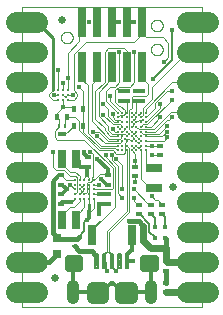
<source format=gtl>
G75*
%MOIN*%
%OFA0B0*%
%FSLAX25Y25*%
%IPPOS*%
%LPD*%
%AMOC8*
5,1,8,0,0,1.08239X$1,22.5*
%
%ADD10C,0.00000*%
%ADD11R,0.01969X0.01575*%
%ADD12R,0.05512X0.02756*%
%ADD13R,0.01575X0.01969*%
%ADD14C,0.07000*%
%ADD15C,0.07000*%
%ADD16C,0.00709*%
%ADD17R,0.01772X0.01772*%
%ADD18C,0.02500*%
%ADD19R,0.02500X0.10000*%
%ADD20R,0.03150X0.06299*%
%ADD21R,0.01850X0.00827*%
%ADD22R,0.02756X0.01575*%
%ADD23R,0.00984X0.01575*%
%ADD24R,0.02756X0.02756*%
%ADD25C,0.04000*%
%ADD26C,0.00787*%
%ADD27C,0.02756*%
%ADD28C,0.03740*%
%ADD29R,0.03150X0.06693*%
%ADD30C,0.00492*%
%ADD31C,0.01200*%
%ADD32C,0.01476*%
%ADD33C,0.00892*%
%ADD34C,0.01600*%
%ADD35C,0.02400*%
%ADD36C,0.00295*%
%ADD37C,0.00500*%
%ADD38C,0.01000*%
%ADD39C,0.00800*%
%ADD40C,0.00984*%
D10*
X0008150Y0096576D02*
X0008150Y0196576D01*
X0068150Y0196576D01*
X0068150Y0096576D01*
X0008150Y0096576D01*
X0051181Y0182576D02*
X0051183Y0182664D01*
X0051189Y0182752D01*
X0051199Y0182840D01*
X0051213Y0182928D01*
X0051230Y0183014D01*
X0051252Y0183100D01*
X0051277Y0183184D01*
X0051307Y0183268D01*
X0051339Y0183350D01*
X0051376Y0183430D01*
X0051416Y0183509D01*
X0051460Y0183586D01*
X0051507Y0183661D01*
X0051557Y0183733D01*
X0051611Y0183804D01*
X0051667Y0183871D01*
X0051727Y0183937D01*
X0051789Y0183999D01*
X0051855Y0184059D01*
X0051922Y0184115D01*
X0051993Y0184169D01*
X0052065Y0184219D01*
X0052140Y0184266D01*
X0052217Y0184310D01*
X0052296Y0184350D01*
X0052376Y0184387D01*
X0052458Y0184419D01*
X0052542Y0184449D01*
X0052626Y0184474D01*
X0052712Y0184496D01*
X0052798Y0184513D01*
X0052886Y0184527D01*
X0052974Y0184537D01*
X0053062Y0184543D01*
X0053150Y0184545D01*
X0053238Y0184543D01*
X0053326Y0184537D01*
X0053414Y0184527D01*
X0053502Y0184513D01*
X0053588Y0184496D01*
X0053674Y0184474D01*
X0053758Y0184449D01*
X0053842Y0184419D01*
X0053924Y0184387D01*
X0054004Y0184350D01*
X0054083Y0184310D01*
X0054160Y0184266D01*
X0054235Y0184219D01*
X0054307Y0184169D01*
X0054378Y0184115D01*
X0054445Y0184059D01*
X0054511Y0183999D01*
X0054573Y0183937D01*
X0054633Y0183871D01*
X0054689Y0183804D01*
X0054743Y0183733D01*
X0054793Y0183661D01*
X0054840Y0183586D01*
X0054884Y0183509D01*
X0054924Y0183430D01*
X0054961Y0183350D01*
X0054993Y0183268D01*
X0055023Y0183184D01*
X0055048Y0183100D01*
X0055070Y0183014D01*
X0055087Y0182928D01*
X0055101Y0182840D01*
X0055111Y0182752D01*
X0055117Y0182664D01*
X0055119Y0182576D01*
X0055117Y0182488D01*
X0055111Y0182400D01*
X0055101Y0182312D01*
X0055087Y0182224D01*
X0055070Y0182138D01*
X0055048Y0182052D01*
X0055023Y0181968D01*
X0054993Y0181884D01*
X0054961Y0181802D01*
X0054924Y0181722D01*
X0054884Y0181643D01*
X0054840Y0181566D01*
X0054793Y0181491D01*
X0054743Y0181419D01*
X0054689Y0181348D01*
X0054633Y0181281D01*
X0054573Y0181215D01*
X0054511Y0181153D01*
X0054445Y0181093D01*
X0054378Y0181037D01*
X0054307Y0180983D01*
X0054235Y0180933D01*
X0054160Y0180886D01*
X0054083Y0180842D01*
X0054004Y0180802D01*
X0053924Y0180765D01*
X0053842Y0180733D01*
X0053758Y0180703D01*
X0053674Y0180678D01*
X0053588Y0180656D01*
X0053502Y0180639D01*
X0053414Y0180625D01*
X0053326Y0180615D01*
X0053238Y0180609D01*
X0053150Y0180607D01*
X0053062Y0180609D01*
X0052974Y0180615D01*
X0052886Y0180625D01*
X0052798Y0180639D01*
X0052712Y0180656D01*
X0052626Y0180678D01*
X0052542Y0180703D01*
X0052458Y0180733D01*
X0052376Y0180765D01*
X0052296Y0180802D01*
X0052217Y0180842D01*
X0052140Y0180886D01*
X0052065Y0180933D01*
X0051993Y0180983D01*
X0051922Y0181037D01*
X0051855Y0181093D01*
X0051789Y0181153D01*
X0051727Y0181215D01*
X0051667Y0181281D01*
X0051611Y0181348D01*
X0051557Y0181419D01*
X0051507Y0181491D01*
X0051460Y0181566D01*
X0051416Y0181643D01*
X0051376Y0181722D01*
X0051339Y0181802D01*
X0051307Y0181884D01*
X0051277Y0181968D01*
X0051252Y0182052D01*
X0051230Y0182138D01*
X0051213Y0182224D01*
X0051199Y0182312D01*
X0051189Y0182400D01*
X0051183Y0182488D01*
X0051181Y0182576D01*
X0051181Y0190576D02*
X0051183Y0190664D01*
X0051189Y0190752D01*
X0051199Y0190840D01*
X0051213Y0190928D01*
X0051230Y0191014D01*
X0051252Y0191100D01*
X0051277Y0191184D01*
X0051307Y0191268D01*
X0051339Y0191350D01*
X0051376Y0191430D01*
X0051416Y0191509D01*
X0051460Y0191586D01*
X0051507Y0191661D01*
X0051557Y0191733D01*
X0051611Y0191804D01*
X0051667Y0191871D01*
X0051727Y0191937D01*
X0051789Y0191999D01*
X0051855Y0192059D01*
X0051922Y0192115D01*
X0051993Y0192169D01*
X0052065Y0192219D01*
X0052140Y0192266D01*
X0052217Y0192310D01*
X0052296Y0192350D01*
X0052376Y0192387D01*
X0052458Y0192419D01*
X0052542Y0192449D01*
X0052626Y0192474D01*
X0052712Y0192496D01*
X0052798Y0192513D01*
X0052886Y0192527D01*
X0052974Y0192537D01*
X0053062Y0192543D01*
X0053150Y0192545D01*
X0053238Y0192543D01*
X0053326Y0192537D01*
X0053414Y0192527D01*
X0053502Y0192513D01*
X0053588Y0192496D01*
X0053674Y0192474D01*
X0053758Y0192449D01*
X0053842Y0192419D01*
X0053924Y0192387D01*
X0054004Y0192350D01*
X0054083Y0192310D01*
X0054160Y0192266D01*
X0054235Y0192219D01*
X0054307Y0192169D01*
X0054378Y0192115D01*
X0054445Y0192059D01*
X0054511Y0191999D01*
X0054573Y0191937D01*
X0054633Y0191871D01*
X0054689Y0191804D01*
X0054743Y0191733D01*
X0054793Y0191661D01*
X0054840Y0191586D01*
X0054884Y0191509D01*
X0054924Y0191430D01*
X0054961Y0191350D01*
X0054993Y0191268D01*
X0055023Y0191184D01*
X0055048Y0191100D01*
X0055070Y0191014D01*
X0055087Y0190928D01*
X0055101Y0190840D01*
X0055111Y0190752D01*
X0055117Y0190664D01*
X0055119Y0190576D01*
X0055117Y0190488D01*
X0055111Y0190400D01*
X0055101Y0190312D01*
X0055087Y0190224D01*
X0055070Y0190138D01*
X0055048Y0190052D01*
X0055023Y0189968D01*
X0054993Y0189884D01*
X0054961Y0189802D01*
X0054924Y0189722D01*
X0054884Y0189643D01*
X0054840Y0189566D01*
X0054793Y0189491D01*
X0054743Y0189419D01*
X0054689Y0189348D01*
X0054633Y0189281D01*
X0054573Y0189215D01*
X0054511Y0189153D01*
X0054445Y0189093D01*
X0054378Y0189037D01*
X0054307Y0188983D01*
X0054235Y0188933D01*
X0054160Y0188886D01*
X0054083Y0188842D01*
X0054004Y0188802D01*
X0053924Y0188765D01*
X0053842Y0188733D01*
X0053758Y0188703D01*
X0053674Y0188678D01*
X0053588Y0188656D01*
X0053502Y0188639D01*
X0053414Y0188625D01*
X0053326Y0188615D01*
X0053238Y0188609D01*
X0053150Y0188607D01*
X0053062Y0188609D01*
X0052974Y0188615D01*
X0052886Y0188625D01*
X0052798Y0188639D01*
X0052712Y0188656D01*
X0052626Y0188678D01*
X0052542Y0188703D01*
X0052458Y0188733D01*
X0052376Y0188765D01*
X0052296Y0188802D01*
X0052217Y0188842D01*
X0052140Y0188886D01*
X0052065Y0188933D01*
X0051993Y0188983D01*
X0051922Y0189037D01*
X0051855Y0189093D01*
X0051789Y0189153D01*
X0051727Y0189215D01*
X0051667Y0189281D01*
X0051611Y0189348D01*
X0051557Y0189419D01*
X0051507Y0189491D01*
X0051460Y0189566D01*
X0051416Y0189643D01*
X0051376Y0189722D01*
X0051339Y0189802D01*
X0051307Y0189884D01*
X0051277Y0189968D01*
X0051252Y0190052D01*
X0051230Y0190138D01*
X0051213Y0190224D01*
X0051199Y0190312D01*
X0051189Y0190400D01*
X0051183Y0190488D01*
X0051181Y0190576D01*
X0021181Y0186576D02*
X0021183Y0186664D01*
X0021189Y0186752D01*
X0021199Y0186840D01*
X0021213Y0186928D01*
X0021230Y0187014D01*
X0021252Y0187100D01*
X0021277Y0187184D01*
X0021307Y0187268D01*
X0021339Y0187350D01*
X0021376Y0187430D01*
X0021416Y0187509D01*
X0021460Y0187586D01*
X0021507Y0187661D01*
X0021557Y0187733D01*
X0021611Y0187804D01*
X0021667Y0187871D01*
X0021727Y0187937D01*
X0021789Y0187999D01*
X0021855Y0188059D01*
X0021922Y0188115D01*
X0021993Y0188169D01*
X0022065Y0188219D01*
X0022140Y0188266D01*
X0022217Y0188310D01*
X0022296Y0188350D01*
X0022376Y0188387D01*
X0022458Y0188419D01*
X0022542Y0188449D01*
X0022626Y0188474D01*
X0022712Y0188496D01*
X0022798Y0188513D01*
X0022886Y0188527D01*
X0022974Y0188537D01*
X0023062Y0188543D01*
X0023150Y0188545D01*
X0023238Y0188543D01*
X0023326Y0188537D01*
X0023414Y0188527D01*
X0023502Y0188513D01*
X0023588Y0188496D01*
X0023674Y0188474D01*
X0023758Y0188449D01*
X0023842Y0188419D01*
X0023924Y0188387D01*
X0024004Y0188350D01*
X0024083Y0188310D01*
X0024160Y0188266D01*
X0024235Y0188219D01*
X0024307Y0188169D01*
X0024378Y0188115D01*
X0024445Y0188059D01*
X0024511Y0187999D01*
X0024573Y0187937D01*
X0024633Y0187871D01*
X0024689Y0187804D01*
X0024743Y0187733D01*
X0024793Y0187661D01*
X0024840Y0187586D01*
X0024884Y0187509D01*
X0024924Y0187430D01*
X0024961Y0187350D01*
X0024993Y0187268D01*
X0025023Y0187184D01*
X0025048Y0187100D01*
X0025070Y0187014D01*
X0025087Y0186928D01*
X0025101Y0186840D01*
X0025111Y0186752D01*
X0025117Y0186664D01*
X0025119Y0186576D01*
X0025117Y0186488D01*
X0025111Y0186400D01*
X0025101Y0186312D01*
X0025087Y0186224D01*
X0025070Y0186138D01*
X0025048Y0186052D01*
X0025023Y0185968D01*
X0024993Y0185884D01*
X0024961Y0185802D01*
X0024924Y0185722D01*
X0024884Y0185643D01*
X0024840Y0185566D01*
X0024793Y0185491D01*
X0024743Y0185419D01*
X0024689Y0185348D01*
X0024633Y0185281D01*
X0024573Y0185215D01*
X0024511Y0185153D01*
X0024445Y0185093D01*
X0024378Y0185037D01*
X0024307Y0184983D01*
X0024235Y0184933D01*
X0024160Y0184886D01*
X0024083Y0184842D01*
X0024004Y0184802D01*
X0023924Y0184765D01*
X0023842Y0184733D01*
X0023758Y0184703D01*
X0023674Y0184678D01*
X0023588Y0184656D01*
X0023502Y0184639D01*
X0023414Y0184625D01*
X0023326Y0184615D01*
X0023238Y0184609D01*
X0023150Y0184607D01*
X0023062Y0184609D01*
X0022974Y0184615D01*
X0022886Y0184625D01*
X0022798Y0184639D01*
X0022712Y0184656D01*
X0022626Y0184678D01*
X0022542Y0184703D01*
X0022458Y0184733D01*
X0022376Y0184765D01*
X0022296Y0184802D01*
X0022217Y0184842D01*
X0022140Y0184886D01*
X0022065Y0184933D01*
X0021993Y0184983D01*
X0021922Y0185037D01*
X0021855Y0185093D01*
X0021789Y0185153D01*
X0021727Y0185215D01*
X0021667Y0185281D01*
X0021611Y0185348D01*
X0021557Y0185419D01*
X0021507Y0185491D01*
X0021460Y0185566D01*
X0021416Y0185643D01*
X0021376Y0185722D01*
X0021339Y0185802D01*
X0021307Y0185884D01*
X0021277Y0185968D01*
X0021252Y0186052D01*
X0021230Y0186138D01*
X0021213Y0186224D01*
X0021199Y0186312D01*
X0021189Y0186400D01*
X0021183Y0186488D01*
X0021181Y0186576D01*
D11*
X0043189Y0168623D03*
X0046339Y0168623D03*
X0046339Y0165473D03*
X0043189Y0165473D03*
X0054213Y0150513D03*
X0054213Y0147363D03*
X0045945Y0143426D03*
X0045945Y0140277D03*
X0036890Y0140670D03*
X0036890Y0137521D03*
X0036890Y0134371D03*
X0036890Y0131221D03*
X0047126Y0130828D03*
X0047126Y0127678D03*
X0051063Y0127678D03*
X0055000Y0127678D03*
X0055000Y0130828D03*
X0051063Y0130828D03*
X0030197Y0143426D03*
X0030197Y0146576D03*
X0021142Y0140670D03*
X0021142Y0137521D03*
X0021142Y0134371D03*
X0021142Y0131221D03*
X0056181Y0111930D03*
X0056181Y0108781D03*
X0056181Y0104844D03*
X0056181Y0101694D03*
D12*
X0052244Y0136536D03*
X0052244Y0143229D03*
D13*
X0033741Y0128072D03*
X0030591Y0128072D03*
X0028622Y0157206D03*
X0025473Y0157206D03*
X0023111Y0159962D03*
X0019961Y0159962D03*
X0025473Y0162718D03*
X0028622Y0162718D03*
D14*
X0013150Y0161576D02*
X0006150Y0161576D01*
X0006150Y0171576D02*
X0013150Y0171576D01*
X0013150Y0181576D02*
X0006150Y0181576D01*
X0006150Y0191576D02*
X0013150Y0191576D01*
X0063150Y0191576D02*
X0070150Y0191576D01*
X0070150Y0181576D02*
X0063150Y0181576D01*
X0063150Y0171576D02*
X0070150Y0171576D01*
X0070150Y0161576D02*
X0063150Y0161576D01*
X0063150Y0151576D02*
X0070150Y0151576D01*
X0070150Y0141576D02*
X0063150Y0141576D01*
X0063150Y0131576D02*
X0070150Y0131576D01*
X0070150Y0121576D02*
X0063150Y0121576D01*
X0063150Y0111576D02*
X0070150Y0111576D01*
X0070150Y0101576D02*
X0063150Y0101576D01*
X0013150Y0101576D02*
X0006150Y0101576D01*
X0006150Y0111576D02*
X0013150Y0111576D01*
X0013150Y0121576D02*
X0006150Y0121576D01*
X0006150Y0131576D02*
X0013150Y0131576D01*
X0013150Y0141576D02*
X0006150Y0141576D01*
X0006150Y0151576D02*
X0013150Y0151576D01*
D15*
X0008150Y0151576D03*
X0008150Y0141576D03*
X0008150Y0131576D03*
X0008150Y0121576D03*
X0008150Y0111576D03*
X0008150Y0101576D03*
X0068150Y0101576D03*
X0068150Y0111576D03*
X0068150Y0121576D03*
X0068150Y0131576D03*
X0068150Y0141576D03*
X0068150Y0151576D03*
X0068150Y0161576D03*
X0068150Y0171576D03*
X0068150Y0181576D03*
X0068150Y0191576D03*
X0008150Y0191576D03*
X0008150Y0181576D03*
X0008150Y0171576D03*
X0008150Y0161576D03*
D16*
X0020355Y0165867D03*
X0021930Y0165867D03*
X0023504Y0165867D03*
X0023504Y0167442D03*
X0021930Y0167442D03*
X0021930Y0169017D03*
X0023504Y0169017D03*
X0020355Y0169017D03*
X0020355Y0167442D03*
X0040040Y0161536D03*
X0040040Y0159962D03*
X0041615Y0159962D03*
X0043189Y0159962D03*
X0043189Y0161536D03*
X0041615Y0161536D03*
X0044764Y0161536D03*
X0044764Y0159962D03*
X0046339Y0159962D03*
X0046339Y0161536D03*
X0047914Y0161536D03*
X0047914Y0159962D03*
X0049489Y0159962D03*
X0049489Y0161536D03*
X0049489Y0158387D03*
X0049489Y0156812D03*
X0049489Y0155237D03*
X0049489Y0153662D03*
X0049489Y0152088D03*
X0049489Y0150513D03*
X0049489Y0148938D03*
X0047914Y0148938D03*
X0047914Y0150513D03*
X0047914Y0152088D03*
X0047914Y0153662D03*
X0046339Y0153662D03*
X0046339Y0152088D03*
X0044764Y0152088D03*
X0044764Y0153662D03*
X0043189Y0153662D03*
X0043189Y0152088D03*
X0041615Y0152088D03*
X0041615Y0153662D03*
X0040040Y0153662D03*
X0040040Y0152088D03*
X0040040Y0150513D03*
X0041615Y0150513D03*
X0043189Y0150513D03*
X0043189Y0148938D03*
X0041615Y0148938D03*
X0040040Y0148938D03*
X0044764Y0148938D03*
X0044764Y0150513D03*
X0046339Y0150513D03*
X0046339Y0148938D03*
X0046339Y0155237D03*
X0047914Y0155237D03*
X0047914Y0156812D03*
X0047914Y0158387D03*
X0046339Y0158387D03*
X0044764Y0158387D03*
X0043189Y0158387D03*
X0041615Y0158387D03*
X0041615Y0156812D03*
X0043189Y0156812D03*
X0043189Y0155237D03*
X0041615Y0155237D03*
X0040040Y0155237D03*
X0040040Y0156812D03*
X0040040Y0158387D03*
X0044764Y0156812D03*
X0044764Y0155237D03*
X0046339Y0156812D03*
X0032166Y0139095D03*
X0032166Y0137521D03*
X0030591Y0137521D03*
X0030591Y0139095D03*
X0029016Y0139095D03*
X0029016Y0137521D03*
X0027441Y0137521D03*
X0025867Y0137521D03*
X0025867Y0139095D03*
X0027441Y0139095D03*
X0027441Y0135946D03*
X0025867Y0135946D03*
X0025867Y0134371D03*
X0027441Y0134371D03*
X0027441Y0132796D03*
X0025867Y0132796D03*
X0029016Y0132796D03*
X0030591Y0132796D03*
X0032166Y0132796D03*
X0032166Y0134371D03*
X0032166Y0135946D03*
X0030591Y0135946D03*
X0029016Y0135946D03*
X0029016Y0134371D03*
X0030591Y0134371D03*
D17*
X0052477Y0123249D03*
X0055823Y0123249D03*
X0055823Y0119903D03*
X0052477Y0119903D03*
D18*
X0058386Y0136733D03*
X0019174Y0106418D03*
X0021693Y0192245D03*
D19*
X0028150Y0191576D03*
X0033150Y0191576D03*
X0038150Y0191576D03*
X0043150Y0191576D03*
X0048150Y0191576D03*
X0048150Y0176576D03*
X0043150Y0176576D03*
X0038150Y0176576D03*
X0033150Y0176576D03*
X0028150Y0176576D03*
D20*
X0026260Y0146182D03*
X0021536Y0146182D03*
X0021536Y0125710D03*
X0026260Y0125710D03*
D21*
X0025867Y0119529D03*
X0025867Y0116930D03*
D22*
X0021536Y0154253D03*
D23*
X0022422Y0157009D03*
X0020650Y0157009D03*
D24*
X0019961Y0119804D03*
X0019961Y0114292D03*
D25*
X0025158Y0103576D02*
X0025158Y0099576D01*
X0051142Y0099576D02*
X0051142Y0103576D01*
D26*
X0043662Y0114371D02*
X0042874Y0114371D01*
X0043662Y0114371D02*
X0043662Y0109843D01*
X0042874Y0109843D01*
X0042874Y0114371D01*
X0042874Y0110629D02*
X0043662Y0110629D01*
X0043662Y0111415D02*
X0042874Y0111415D01*
X0042874Y0112201D02*
X0043662Y0112201D01*
X0043662Y0112987D02*
X0042874Y0112987D01*
X0042874Y0113773D02*
X0043662Y0113773D01*
X0041103Y0114371D02*
X0040315Y0114371D01*
X0041103Y0114371D02*
X0041103Y0109843D01*
X0040315Y0109843D01*
X0040315Y0114371D01*
X0040315Y0110629D02*
X0041103Y0110629D01*
X0041103Y0111415D02*
X0040315Y0111415D01*
X0040315Y0112201D02*
X0041103Y0112201D01*
X0041103Y0112987D02*
X0040315Y0112987D01*
X0040315Y0113773D02*
X0041103Y0113773D01*
X0038544Y0114371D02*
X0037756Y0114371D01*
X0038544Y0114371D02*
X0038544Y0109843D01*
X0037756Y0109843D01*
X0037756Y0114371D01*
X0037756Y0110629D02*
X0038544Y0110629D01*
X0038544Y0111415D02*
X0037756Y0111415D01*
X0037756Y0112201D02*
X0038544Y0112201D01*
X0038544Y0112987D02*
X0037756Y0112987D01*
X0037756Y0113773D02*
X0038544Y0113773D01*
X0035985Y0114371D02*
X0035197Y0114371D01*
X0035985Y0114371D02*
X0035985Y0109843D01*
X0035197Y0109843D01*
X0035197Y0114371D01*
X0035197Y0110629D02*
X0035985Y0110629D01*
X0035985Y0111415D02*
X0035197Y0111415D01*
X0035197Y0112201D02*
X0035985Y0112201D01*
X0035985Y0112987D02*
X0035197Y0112987D01*
X0035197Y0113773D02*
X0035985Y0113773D01*
X0033426Y0114371D02*
X0032638Y0114371D01*
X0033426Y0114371D02*
X0033426Y0109843D01*
X0032638Y0109843D01*
X0032638Y0114371D01*
X0032638Y0110629D02*
X0033426Y0110629D01*
X0033426Y0111415D02*
X0032638Y0111415D01*
X0032638Y0112201D02*
X0033426Y0112201D01*
X0033426Y0112987D02*
X0032638Y0112987D01*
X0032638Y0113773D02*
X0033426Y0113773D01*
D27*
X0027323Y0112599D02*
X0027323Y0109843D01*
X0023781Y0109843D01*
X0023781Y0112599D01*
X0027323Y0112599D01*
X0027323Y0112598D02*
X0023781Y0112598D01*
X0052519Y0112599D02*
X0052519Y0109843D01*
X0048977Y0109843D01*
X0048977Y0112599D01*
X0052519Y0112599D01*
X0052519Y0112598D02*
X0048977Y0112598D01*
D28*
X0044744Y0099706D02*
X0041004Y0099706D01*
X0041004Y0103446D01*
X0044744Y0103446D01*
X0044744Y0099706D01*
X0044744Y0103445D02*
X0041004Y0103445D01*
X0035296Y0099706D02*
X0031556Y0099706D01*
X0031556Y0103446D01*
X0035296Y0103446D01*
X0035296Y0099706D01*
X0035296Y0103445D02*
X0031556Y0103445D01*
D29*
X0031457Y0120576D03*
X0044843Y0120576D03*
D30*
X0037284Y0121773D02*
X0037284Y0115080D01*
X0036496Y0115080D02*
X0036496Y0122166D01*
X0043189Y0128859D01*
X0043189Y0148938D01*
X0042402Y0148151D02*
X0042008Y0147757D01*
X0039646Y0147757D01*
X0038465Y0148938D01*
X0033741Y0148938D01*
X0027048Y0155631D01*
X0027048Y0158781D01*
X0025867Y0159962D01*
X0023111Y0159962D01*
X0022422Y0159273D01*
X0022422Y0157009D01*
X0020650Y0157009D02*
X0019174Y0155533D01*
X0019174Y0153269D01*
X0019961Y0152481D01*
X0029016Y0152481D01*
X0038465Y0143033D01*
X0038465Y0136340D01*
X0038071Y0135946D01*
X0032166Y0135946D01*
X0032166Y0137521D02*
X0033741Y0137521D01*
X0032166Y0139095D02*
X0034134Y0141064D01*
X0036496Y0141064D01*
X0036890Y0140670D01*
X0039252Y0143426D02*
X0036103Y0146576D01*
X0036103Y0147363D01*
X0038071Y0147363D02*
X0038071Y0145788D01*
X0040040Y0143820D01*
X0040040Y0134765D01*
X0041615Y0133190D01*
X0041615Y0135946D02*
X0041615Y0144214D01*
X0039646Y0146182D01*
X0040040Y0148938D02*
X0039252Y0149725D01*
X0034134Y0149725D01*
X0028622Y0155237D01*
X0028622Y0157206D01*
X0028622Y0162718D01*
X0028622Y0168623D01*
X0027048Y0170198D01*
X0025473Y0169017D02*
X0025473Y0181221D01*
X0029410Y0185158D01*
X0045630Y0185158D01*
X0048386Y0187914D01*
X0047993Y0188052D01*
X0049469Y0186576D01*
X0055158Y0186576D01*
X0056969Y0184765D01*
X0056969Y0180040D01*
X0055394Y0178466D01*
X0048150Y0176576D02*
X0048150Y0173190D01*
X0050276Y0171064D01*
X0050276Y0167836D01*
X0049489Y0167048D01*
X0045158Y0167048D01*
X0044764Y0166655D01*
X0044764Y0163111D01*
X0043977Y0162324D01*
X0044764Y0161536D02*
X0045552Y0160749D01*
X0046339Y0159962D02*
X0045552Y0159174D01*
X0045552Y0157599D02*
X0044764Y0156812D01*
X0043189Y0155237D02*
X0043977Y0154450D01*
X0044764Y0153662D02*
X0045552Y0152875D01*
X0046339Y0152088D02*
X0047126Y0151300D01*
X0046339Y0150513D02*
X0047126Y0149725D01*
X0047914Y0150513D01*
X0049489Y0150513D02*
X0051457Y0150513D01*
X0054213Y0150513D01*
X0055394Y0152088D02*
X0056575Y0153269D01*
X0055000Y0153662D02*
X0056575Y0155237D01*
X0056575Y0157206D02*
X0053819Y0154450D01*
X0050276Y0154450D01*
X0049489Y0155237D02*
X0052638Y0155237D01*
X0056575Y0159174D01*
X0057363Y0159174D01*
X0058150Y0159962D01*
X0057796Y0161576D02*
X0063150Y0161576D01*
X0057796Y0161576D02*
X0052244Y0156025D01*
X0050276Y0156025D01*
X0051063Y0156812D02*
X0049489Y0156812D01*
X0050276Y0157993D02*
X0058150Y0165867D01*
X0058150Y0168623D02*
X0056575Y0168623D01*
X0052638Y0164686D01*
X0052638Y0163111D01*
X0049489Y0159962D01*
X0049489Y0161536D02*
X0049489Y0162718D01*
X0058347Y0171576D01*
X0063150Y0171576D01*
X0063150Y0181576D02*
X0051654Y0170080D01*
X0051654Y0166064D01*
X0048701Y0163111D01*
X0047914Y0161536D02*
X0047126Y0160749D01*
X0046339Y0161536D02*
X0046339Y0165473D01*
X0043189Y0165473D02*
X0043189Y0161536D01*
X0042402Y0162324D02*
X0040827Y0163899D01*
X0040433Y0163899D01*
X0039252Y0165080D01*
X0039252Y0169017D01*
X0040433Y0170198D01*
X0044272Y0170198D01*
X0045650Y0171576D01*
X0045650Y0181576D01*
X0043150Y0182076D02*
X0042150Y0183076D01*
X0036890Y0183076D01*
X0035709Y0181895D01*
X0035709Y0171773D01*
X0032559Y0168623D01*
X0032559Y0159568D01*
X0035709Y0156418D01*
X0035709Y0155631D01*
X0037678Y0153662D01*
X0040040Y0153662D01*
X0039252Y0152875D02*
X0037284Y0152875D01*
X0031378Y0158781D01*
X0031378Y0170985D01*
X0033544Y0173151D01*
X0033544Y0175513D01*
X0033741Y0176103D01*
X0033150Y0176576D01*
X0038150Y0176576D02*
X0037678Y0172324D01*
X0033741Y0168387D01*
X0033741Y0160355D01*
X0036890Y0157206D01*
X0036890Y0155631D01*
X0038071Y0154450D01*
X0039252Y0154450D01*
X0039252Y0155237D02*
X0038465Y0156025D01*
X0039252Y0155237D02*
X0040040Y0155237D01*
X0040827Y0156025D02*
X0040040Y0156812D01*
X0039252Y0157599D02*
X0038465Y0157599D01*
X0035315Y0160749D01*
X0036890Y0160355D02*
X0038859Y0158387D01*
X0040040Y0158387D01*
X0039252Y0159174D02*
X0038465Y0159962D01*
X0038465Y0161143D01*
X0040040Y0161536D02*
X0036103Y0165473D01*
X0036103Y0168623D01*
X0037678Y0170198D01*
X0039252Y0170198D01*
X0040630Y0171576D01*
X0040650Y0171576D01*
X0040650Y0181576D01*
X0043150Y0182076D02*
X0043150Y0176576D01*
X0030197Y0170592D02*
X0028229Y0172560D01*
X0028229Y0173347D01*
X0028150Y0174056D01*
X0028150Y0176576D01*
X0023504Y0172954D02*
X0023504Y0181430D01*
X0027363Y0185288D01*
X0027363Y0187206D01*
X0028229Y0188702D01*
X0028150Y0189017D01*
X0028150Y0191576D01*
X0043150Y0191576D02*
X0043150Y0189076D01*
X0048150Y0189725D02*
X0048150Y0191576D01*
X0048150Y0194450D01*
X0048150Y0189725D02*
X0048386Y0187914D01*
X0023504Y0172954D02*
X0023504Y0169017D01*
X0021930Y0169017D02*
X0021930Y0171379D01*
X0020355Y0169017D02*
X0020355Y0175710D01*
X0018386Y0169017D02*
X0017205Y0167836D01*
X0017205Y0167048D01*
X0018386Y0165867D01*
X0020355Y0165867D01*
X0021930Y0165867D02*
X0021930Y0163505D01*
X0024685Y0163505D01*
X0025473Y0162718D01*
X0021930Y0163505D02*
X0019961Y0161536D01*
X0019961Y0159962D01*
X0020650Y0159273D01*
X0020650Y0157009D01*
X0021536Y0154253D02*
X0022520Y0154253D01*
X0025473Y0157206D01*
X0030197Y0154844D02*
X0030197Y0170592D01*
X0026654Y0167836D02*
X0025473Y0169017D01*
X0025079Y0167442D02*
X0023504Y0167442D01*
X0022717Y0166655D02*
X0021930Y0167442D01*
X0020355Y0167442D02*
X0018780Y0167442D01*
X0023504Y0165867D02*
X0025473Y0165867D01*
X0026654Y0167048D01*
X0026654Y0167836D01*
X0035315Y0164292D02*
X0036890Y0162718D01*
X0036890Y0160355D01*
X0041615Y0161536D02*
X0037678Y0165473D01*
X0037678Y0167048D01*
X0049489Y0158387D02*
X0054213Y0163111D01*
X0054213Y0164292D01*
X0054213Y0159962D02*
X0051063Y0156812D01*
X0049489Y0153662D02*
X0055000Y0153662D01*
X0055394Y0152088D02*
X0049489Y0152088D01*
X0047126Y0152875D02*
X0046339Y0153662D01*
X0045552Y0154450D02*
X0046339Y0155237D01*
X0042402Y0156025D02*
X0041615Y0155237D01*
X0040040Y0152088D02*
X0036890Y0152088D01*
X0033741Y0155237D01*
X0031772Y0155237D01*
X0030197Y0154844D02*
X0034528Y0150513D01*
X0040040Y0150513D01*
X0039252Y0151300D02*
X0035709Y0151300D01*
X0033347Y0153662D01*
X0030985Y0148544D02*
X0031772Y0147757D01*
X0031772Y0140277D01*
X0031378Y0139883D01*
X0030591Y0139883D02*
X0029804Y0140670D01*
X0029016Y0139883D01*
X0029016Y0139095D01*
X0029016Y0137521D02*
X0028229Y0136733D01*
X0027441Y0137521D01*
X0027441Y0139095D02*
X0027441Y0140277D01*
X0025867Y0141851D01*
X0024292Y0141851D01*
X0022323Y0143820D01*
X0022323Y0145395D01*
X0021536Y0146182D01*
X0018386Y0148544D02*
X0018386Y0143426D01*
X0019567Y0142245D01*
X0022323Y0142245D01*
X0024292Y0140277D01*
X0026260Y0140277D01*
X0026654Y0139883D01*
X0025867Y0139095D02*
X0022717Y0139095D01*
X0021142Y0140670D01*
X0020748Y0140670D01*
X0020355Y0140277D01*
X0021142Y0140670D02*
X0021536Y0140277D01*
X0021142Y0137521D02*
X0021930Y0137127D01*
X0024292Y0137521D02*
X0025867Y0135946D01*
X0027441Y0135946D02*
X0028229Y0135158D01*
X0029016Y0135946D01*
X0028229Y0135158D02*
X0027441Y0134371D01*
X0027441Y0132796D02*
X0027441Y0132009D01*
X0025473Y0130040D01*
X0024292Y0130040D01*
X0021930Y0127678D01*
X0021930Y0126103D01*
X0021536Y0125710D01*
X0026260Y0125710D02*
X0027048Y0126497D01*
X0027048Y0128072D01*
X0029016Y0130040D01*
X0029016Y0132796D01*
X0030591Y0132796D02*
X0030591Y0131221D01*
X0030591Y0132796D02*
X0030591Y0134371D01*
X0030591Y0135946D01*
X0030591Y0137521D01*
X0030591Y0139095D02*
X0030591Y0139883D01*
X0039252Y0143426D02*
X0039252Y0130040D01*
X0034528Y0125316D01*
X0037284Y0121773D02*
X0043977Y0128466D01*
X0043977Y0148151D01*
X0044764Y0148938D02*
X0045945Y0147757D01*
X0045945Y0145395D01*
X0045945Y0143426D01*
X0045945Y0140277D02*
X0045945Y0138308D01*
X0047914Y0139489D02*
X0049882Y0137521D01*
X0051260Y0137521D01*
X0052244Y0136536D01*
X0051457Y0133584D02*
X0052638Y0132403D01*
X0053426Y0132403D01*
X0055000Y0130828D01*
X0054607Y0130828D01*
X0051063Y0130828D02*
X0050670Y0130828D01*
X0045552Y0135946D01*
X0045552Y0133190D02*
X0045552Y0132009D01*
X0046733Y0130828D01*
X0047126Y0130828D01*
X0033741Y0134371D02*
X0032166Y0134371D01*
X0032166Y0132796D02*
X0032166Y0129647D01*
X0030591Y0128072D01*
X0025867Y0132796D02*
X0024685Y0131615D01*
X0021536Y0131615D02*
X0021142Y0131221D01*
X0021142Y0134371D02*
X0021930Y0134765D01*
X0047914Y0139489D02*
X0047914Y0148938D01*
X0049489Y0148938D02*
X0049489Y0144607D01*
X0049882Y0144214D01*
X0051260Y0144214D01*
X0052244Y0143229D01*
X0051457Y0147363D02*
X0054213Y0147363D01*
X0046339Y0148938D02*
X0045552Y0149725D01*
X0044764Y0150513D01*
D31*
X0036890Y0142639D02*
X0033347Y0146182D01*
X0030197Y0146576D02*
X0029016Y0147757D01*
X0029016Y0148544D01*
X0026260Y0146182D02*
X0027048Y0145395D01*
X0027048Y0143820D01*
X0027441Y0143426D01*
X0030197Y0143426D01*
X0029804Y0143033D01*
X0029804Y0140670D01*
X0034528Y0139489D02*
X0036496Y0137521D01*
X0036890Y0137521D01*
X0036890Y0140670D02*
X0036890Y0142639D01*
X0036890Y0134371D02*
X0033741Y0134371D01*
X0033741Y0131221D02*
X0036890Y0131221D01*
X0033741Y0131221D02*
X0033741Y0128072D01*
X0030591Y0128072D02*
X0030591Y0126497D01*
X0029804Y0125710D01*
X0024685Y0131615D02*
X0021536Y0131615D01*
X0021930Y0134765D02*
X0023111Y0135946D01*
X0021930Y0137127D01*
X0020355Y0140277D02*
X0018386Y0138308D01*
X0013150Y0141576D02*
X0008150Y0141576D01*
X0008150Y0151576D02*
X0013150Y0151576D01*
X0013150Y0161576D02*
X0008150Y0161576D01*
X0008150Y0171576D02*
X0013150Y0171576D01*
X0013150Y0181576D02*
X0008150Y0181576D01*
X0008150Y0191576D02*
X0013150Y0191576D01*
X0038150Y0191576D02*
X0038150Y0189076D01*
X0038150Y0191576D02*
X0040650Y0191576D01*
X0043150Y0191576D02*
X0045650Y0191576D01*
X0043150Y0189076D02*
X0043150Y0187875D01*
X0063150Y0191576D02*
X0068150Y0191576D01*
X0068150Y0181576D02*
X0063150Y0181576D01*
X0063150Y0171576D02*
X0068150Y0171576D01*
X0068150Y0161576D02*
X0063150Y0161576D01*
X0048701Y0165473D02*
X0046339Y0165473D01*
X0043189Y0165473D02*
X0040827Y0165473D01*
X0040827Y0168623D02*
X0043189Y0168623D01*
X0046339Y0168623D02*
X0048701Y0168623D01*
X0063150Y0151576D02*
X0068150Y0151576D01*
X0068150Y0141576D02*
X0063150Y0141576D01*
X0063150Y0131576D02*
X0068150Y0131576D01*
X0068150Y0121576D02*
X0063150Y0121576D01*
X0063150Y0111576D02*
X0068150Y0111576D01*
X0051142Y0111528D02*
X0051142Y0101576D01*
X0042874Y0101576D01*
X0038150Y0104725D01*
X0033426Y0101576D01*
X0025158Y0101576D01*
X0025158Y0111528D01*
X0025552Y0111221D01*
X0033032Y0112107D02*
X0033032Y0113820D01*
X0043268Y0114371D02*
X0043268Y0112107D01*
X0043445Y0111930D01*
X0045158Y0111930D01*
X0043268Y0114371D02*
X0044764Y0115867D01*
X0044764Y0120497D01*
X0044843Y0120576D01*
X0051142Y0111528D02*
X0050748Y0111221D01*
X0013150Y0111576D02*
X0008150Y0111576D01*
X0008150Y0121576D02*
X0013150Y0121576D01*
X0013150Y0131576D02*
X0008150Y0131576D01*
D32*
X0018386Y0125710D03*
X0024685Y0131615D03*
X0023111Y0135946D03*
X0024292Y0137521D03*
X0029804Y0140670D03*
X0034528Y0139489D03*
X0033741Y0137521D03*
X0033741Y0134371D03*
X0033741Y0131221D03*
X0041615Y0133190D03*
X0041615Y0135946D03*
X0045552Y0135946D03*
X0045945Y0138308D03*
X0045552Y0133190D03*
X0051457Y0133584D03*
X0043977Y0125316D03*
X0044764Y0115867D03*
X0045158Y0111930D03*
X0039650Y0108576D03*
X0036650Y0108576D03*
X0038150Y0104725D03*
X0056181Y0106812D03*
X0029804Y0125710D03*
X0045945Y0145395D03*
X0051457Y0147363D03*
X0051457Y0150513D03*
X0056575Y0153269D03*
X0056575Y0155237D03*
X0056575Y0157206D03*
X0058150Y0159962D03*
X0054213Y0159962D03*
X0054213Y0164292D03*
X0048701Y0165473D03*
X0048701Y0168623D03*
X0051743Y0172668D03*
X0055394Y0178466D03*
X0045650Y0181576D03*
X0040650Y0181576D03*
X0040650Y0191576D03*
X0045650Y0191576D03*
X0058150Y0189076D03*
X0030650Y0191576D03*
X0020355Y0175710D03*
X0023504Y0172954D03*
X0021930Y0171379D03*
X0027048Y0170198D03*
X0025079Y0167442D03*
X0018780Y0167442D03*
X0021930Y0163505D03*
X0031772Y0155237D03*
X0033347Y0153662D03*
X0038465Y0156025D03*
X0038465Y0161143D03*
X0035315Y0160749D03*
X0035315Y0164292D03*
X0037678Y0167048D03*
X0040827Y0165473D03*
X0040827Y0168623D03*
X0058150Y0168623D03*
X0058150Y0165867D03*
X0030985Y0148544D03*
X0029016Y0148544D03*
X0033347Y0146182D03*
X0036103Y0147363D03*
X0038071Y0147363D03*
X0039646Y0146182D03*
X0018386Y0148544D03*
D33*
X0028229Y0136733D03*
X0028229Y0135158D03*
X0045552Y0149725D03*
X0047126Y0149725D03*
X0047126Y0151300D03*
X0047126Y0152875D03*
X0045552Y0152875D03*
X0045552Y0154450D03*
X0043977Y0154450D03*
X0042402Y0156025D03*
X0040827Y0156025D03*
X0042402Y0152875D03*
X0045552Y0157599D03*
X0045552Y0159174D03*
X0045552Y0160749D03*
X0047126Y0160749D03*
X0048701Y0159174D03*
X0022717Y0166655D03*
D34*
X0018386Y0138308D02*
X0018386Y0125710D01*
X0018386Y0121379D01*
X0019961Y0119804D01*
X0020237Y0119529D01*
X0025867Y0119529D01*
X0026378Y0119529D01*
X0027048Y0120198D01*
X0025867Y0116930D02*
X0027323Y0115473D01*
X0031378Y0115473D01*
X0033032Y0113820D01*
X0019961Y0114292D02*
X0017244Y0111576D01*
X0013150Y0111576D01*
X0043977Y0125316D02*
X0047126Y0125316D01*
X0048701Y0123741D01*
X0055823Y0119903D02*
X0056181Y0119544D01*
X0056181Y0116261D01*
X0056181Y0111930D02*
X0056536Y0111576D01*
X0056181Y0108781D02*
X0056181Y0106812D01*
X0056181Y0104844D01*
X0056181Y0101694D02*
X0056300Y0101576D01*
D35*
X0063150Y0101576D01*
X0063150Y0111576D02*
X0056536Y0111576D01*
X0056181Y0111930D02*
X0056181Y0116261D01*
X0051063Y0116261D01*
X0048701Y0118623D01*
X0048701Y0123741D01*
D36*
X0029804Y0135158D02*
X0029804Y0137914D01*
X0030197Y0138308D01*
X0030985Y0138308D01*
X0031378Y0138702D01*
X0031378Y0139883D01*
X0026654Y0139883D02*
X0026654Y0135158D01*
X0025867Y0134371D01*
X0029016Y0134371D02*
X0029804Y0135158D01*
X0042402Y0148151D02*
X0042402Y0151300D01*
X0043189Y0152088D01*
X0042402Y0152875D02*
X0043977Y0152875D01*
X0044764Y0152088D01*
X0043189Y0153662D02*
X0042402Y0154450D01*
X0039252Y0154450D01*
X0039252Y0152875D02*
X0040827Y0152875D01*
X0041615Y0153662D01*
X0041615Y0152088D02*
X0040827Y0151300D01*
X0039252Y0151300D01*
X0043189Y0150513D02*
X0043977Y0149725D01*
X0043977Y0148151D01*
X0048701Y0154450D02*
X0050276Y0154450D01*
X0050276Y0156025D02*
X0047126Y0156025D01*
X0046339Y0156812D01*
X0047914Y0156812D02*
X0048701Y0157599D01*
X0049882Y0157599D01*
X0050276Y0157993D01*
X0048701Y0159174D02*
X0047126Y0159174D01*
X0046339Y0158387D01*
X0047914Y0159962D02*
X0048701Y0160749D01*
X0048701Y0163111D01*
X0043977Y0162324D02*
X0043977Y0156025D01*
X0044764Y0155237D01*
X0047914Y0155237D02*
X0048701Y0154450D01*
X0041615Y0156812D02*
X0040827Y0157599D01*
X0039252Y0157599D01*
X0039252Y0159174D02*
X0040827Y0159174D01*
X0041615Y0158387D01*
X0040040Y0159962D02*
X0040827Y0160749D01*
X0042008Y0160749D01*
X0042402Y0161143D01*
X0042402Y0162324D01*
D37*
X0051743Y0172668D02*
X0058150Y0179076D01*
X0058150Y0189076D01*
X0055000Y0127678D02*
X0055823Y0126855D01*
X0055823Y0123249D01*
X0052477Y0123249D02*
X0052477Y0126265D01*
X0051063Y0127678D01*
X0050670Y0124529D02*
X0047520Y0127678D01*
X0047126Y0127678D01*
X0050670Y0124529D02*
X0050670Y0121773D01*
X0052477Y0119966D01*
X0052477Y0119903D01*
X0038150Y0114214D02*
X0038150Y0112107D01*
X0038150Y0110076D01*
X0039650Y0108576D01*
X0038150Y0111064D02*
X0038150Y0112107D01*
X0038150Y0114214D02*
X0037284Y0115080D01*
X0036496Y0115080D02*
X0035591Y0114174D01*
X0035591Y0112107D01*
X0036103Y0111595D01*
X0036103Y0109123D01*
X0036650Y0108576D01*
X0031457Y0120576D02*
X0031457Y0122245D01*
X0034528Y0125316D01*
D38*
X0030591Y0128072D02*
X0030591Y0131221D01*
D39*
X0029804Y0125710D02*
X0029016Y0124922D01*
X0029016Y0122166D01*
X0027048Y0120198D01*
D40*
X0018386Y0169017D02*
X0018386Y0186340D01*
X0013150Y0191576D01*
M02*

</source>
